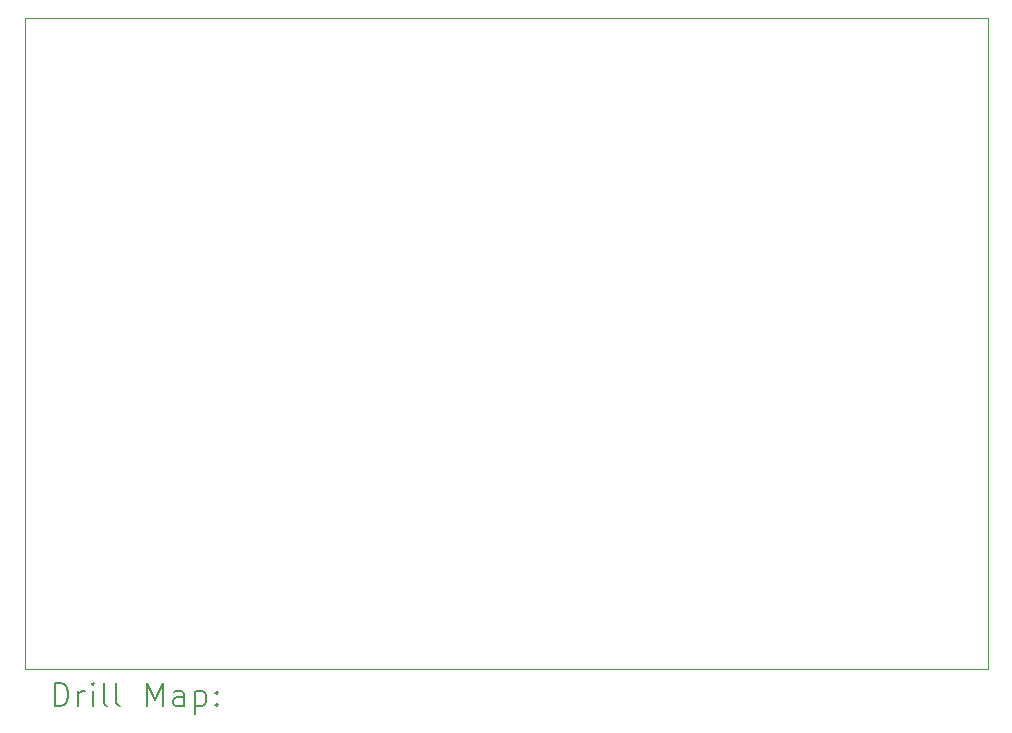
<source format=gbr>
%TF.GenerationSoftware,KiCad,Pcbnew,(6.0.8-1)-1*%
%TF.CreationDate,2022-10-09T21:52:32-07:00*%
%TF.ProjectId,PCB,5043422e-6b69-4636-9164-5f7063625858,rev?*%
%TF.SameCoordinates,Original*%
%TF.FileFunction,Drillmap*%
%TF.FilePolarity,Positive*%
%FSLAX45Y45*%
G04 Gerber Fmt 4.5, Leading zero omitted, Abs format (unit mm)*
G04 Created by KiCad (PCBNEW (6.0.8-1)-1) date 2022-10-09 21:52:32*
%MOMM*%
%LPD*%
G01*
G04 APERTURE LIST*
%ADD10C,0.100000*%
%ADD11C,0.200000*%
G04 APERTURE END LIST*
D10*
X4470400Y-6502400D02*
X12623800Y-6502400D01*
X12623800Y-6502400D02*
X12623800Y-12014200D01*
X12623800Y-12014200D02*
X4470400Y-12014200D01*
X4470400Y-12014200D02*
X4470400Y-6502400D01*
D11*
X4723019Y-12329676D02*
X4723019Y-12129676D01*
X4770638Y-12129676D01*
X4799210Y-12139200D01*
X4818257Y-12158248D01*
X4827781Y-12177295D01*
X4837305Y-12215390D01*
X4837305Y-12243962D01*
X4827781Y-12282057D01*
X4818257Y-12301105D01*
X4799210Y-12320152D01*
X4770638Y-12329676D01*
X4723019Y-12329676D01*
X4923019Y-12329676D02*
X4923019Y-12196343D01*
X4923019Y-12234438D02*
X4932543Y-12215390D01*
X4942067Y-12205867D01*
X4961114Y-12196343D01*
X4980162Y-12196343D01*
X5046829Y-12329676D02*
X5046829Y-12196343D01*
X5046829Y-12129676D02*
X5037305Y-12139200D01*
X5046829Y-12148724D01*
X5056352Y-12139200D01*
X5046829Y-12129676D01*
X5046829Y-12148724D01*
X5170638Y-12329676D02*
X5151590Y-12320152D01*
X5142067Y-12301105D01*
X5142067Y-12129676D01*
X5275400Y-12329676D02*
X5256352Y-12320152D01*
X5246829Y-12301105D01*
X5246829Y-12129676D01*
X5503971Y-12329676D02*
X5503971Y-12129676D01*
X5570638Y-12272533D01*
X5637305Y-12129676D01*
X5637305Y-12329676D01*
X5818257Y-12329676D02*
X5818257Y-12224914D01*
X5808733Y-12205867D01*
X5789686Y-12196343D01*
X5751590Y-12196343D01*
X5732543Y-12205867D01*
X5818257Y-12320152D02*
X5799209Y-12329676D01*
X5751590Y-12329676D01*
X5732543Y-12320152D01*
X5723019Y-12301105D01*
X5723019Y-12282057D01*
X5732543Y-12263009D01*
X5751590Y-12253486D01*
X5799209Y-12253486D01*
X5818257Y-12243962D01*
X5913495Y-12196343D02*
X5913495Y-12396343D01*
X5913495Y-12205867D02*
X5932543Y-12196343D01*
X5970638Y-12196343D01*
X5989686Y-12205867D01*
X5999209Y-12215390D01*
X6008733Y-12234438D01*
X6008733Y-12291581D01*
X5999209Y-12310628D01*
X5989686Y-12320152D01*
X5970638Y-12329676D01*
X5932543Y-12329676D01*
X5913495Y-12320152D01*
X6094448Y-12310628D02*
X6103971Y-12320152D01*
X6094448Y-12329676D01*
X6084924Y-12320152D01*
X6094448Y-12310628D01*
X6094448Y-12329676D01*
X6094448Y-12205867D02*
X6103971Y-12215390D01*
X6094448Y-12224914D01*
X6084924Y-12215390D01*
X6094448Y-12205867D01*
X6094448Y-12224914D01*
M02*

</source>
